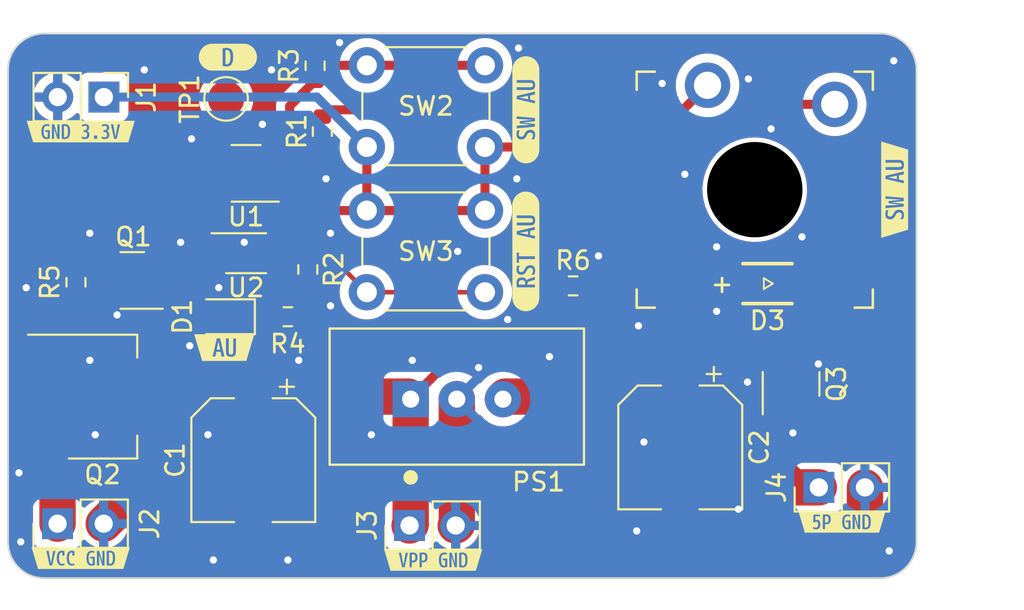
<source format=kicad_pcb>
(kicad_pcb (version 20221018) (generator pcbnew)
  (layers (0 "F.Cu" signal) (31 "B.Cu" signal) (34 "B.Paste" user) (35 "F.Paste" user) (36 "B.SilkS" user "B.Silkscreen") (37 "F.SilkS" user "F.Silkscreen") (38 "B.Mask" user) (39 "F.Mask" user) (44 "Edge.Cuts" user))
  (net 0 "")
  (net 1 "VPP")
  (net 2 "GND")
  (net 3 "+5P")
  (net 4 "Net-(D1-K)")
  (net 5 "Net-(D1-A)")
  (net 6 "VCC")
  (net 7 "Net-(Q1-D)")
  (net 8 "+3.3V")
  (net 9 "Net-(U1-A)")
  (net 10 "Net-(U1-B)")
  (net 11 "Net-(U2-~{CLR})")
  (net 12 "Net-(U1-S)")
  (net 15 "Net-(D3-K)")
  (net 16 "Net-(D3-A)")
  (footprint "kibuzzard-67BF20EF" (layer "F.Cu") (at 78.5 69.2 90)
    (fp_text reference "kibuzzard-67BF20EF" hide)
    (fp_text value "G***" hide)
  )
  (footprint "kibuzzard-67C03808" (layer "F.Cu") (at 54 70.4)
    (fp_text reference "kibuzzard-67C03808" hide)
    (fp_text value "G***" hide)
  )
  (footprint "LED_SMD:LED_0805_2012Metric" (layer "F.Cu") (at 61.9 80.6 180)
    (fp_text reference "D1" (at 2.3 0 90) (layer "F.SilkS"))
    (fp_text value "YELLOW")
    (pad "1" smd roundrect (at -0.9375 0 180) (size 0.975 1.4) (layers "F.Cu" "F.Paste" "F.Mask") (net 4 "Net-(D1-K)"))
    (pad "2" smd roundrect (at 0.9375 0 180) (size 0.975 1.4) (layers "F.Cu" "F.Paste" "F.Mask") (net 5 "Net-(D1-A)"))
  )
  (footprint "Capacitor_SMD:CP_Elec_6.3x7.7" (layer "F.Cu") (at 87 87.8 -90)
    (fp_text reference "C2" (at 0 -4.35 90) (layer "F.SilkS"))
    (fp_text value "100uF")
    (pad "1" smd roundrect (at -2.7 0 270) (size 3.5 1.6) (layers "F.Cu" "F.Paste" "F.Mask") (roundrect_rratio 0.15625) (net 3 "+5P"))
    (pad "2" smd roundrect (at 2.7 0 270) (size 3.5 1.6) (layers "F.Cu" "F.Paste" "F.Mask") (roundrect_rratio 0.15625) (net 2 "GND"))
  )
  (footprint "kibuzzard-67BF2193" (layer "F.Cu") (at 73.4 94)
    (fp_text reference "kibuzzard-67BF2193" hide)
    (fp_text value "G***" hide)
  )
  (footprint "Resistor_SMD:R_0603_1608Metric" (layer "F.Cu") (at 66.5 78 -90)
    (fp_text reference "R2" (at 0 -1.43 90) (layer "F.SilkS"))
    (fp_text value "10k")
    (pad "1" smd roundrect (at -0.825 0 270) (size 0.8 0.95) (layers "F.Cu" "F.Paste" "F.Mask") (net 11 "Net-(U2-~{CLR})"))
    (pad "2" smd roundrect (at 0.825 0 270) (size 0.8 0.95) (layers "F.Cu" "F.Paste" "F.Mask") (net 2 "GND"))
  )
  (footprint "kibuzzard-67BF216A" (layer "F.Cu") (at 61.9 82.3)
    (fp_text reference "kibuzzard-67BF216A" hide)
    (fp_text value "G***" hide)
  )
  (footprint "Button_Switch_THT:SW_PUSH_6mm" (layer "F.Cu") (at 76.25 71.25 180)
    (fp_text reference "SW2" (at 3.25 2.25 180) (layer "F.SilkS"))
    (fp_text value "Soft AU")
    (pad "1" thru_hole circle (at 0 0 270) (size 2 2) (drill 1.1) (layers "*.Cu" "*.Mask") (net 8 "+3.3V"))
    (pad "1" thru_hole circle (at 6.5 0 270) (size 2 2) (drill 1.1) (layers "*.Cu" "*.Mask") (net 8 "+3.3V"))
    (pad "2" thru_hole circle (at 0 4.5 270) (size 2 2) (drill 1.1) (layers "*.Cu" "*.Mask") (net 10 "Net-(U1-B)"))
    (pad "2" thru_hole circle (at 6.5 4.5 270) (size 2 2) (drill 1.1) (layers "*.Cu" "*.Mask") (net 10 "Net-(U1-B)"))
  )
  (footprint "Package_TO_SOT_SMD:SOT-23-5" (layer "F.Cu") (at 63.1 72.7 180)
    (fp_text reference "U1" (at 0 -2.4) (layer "F.SilkS"))
    (fp_text value "SN74LVC1G32")
    (pad "1" smd roundrect (at -1.1375 -0.95 180) (size 1.325 0.6) (layers "F.Cu" "F.Paste" "F.Mask") (net 9 "Net-(U1-A)"))
    (pad "2" smd roundrect (at -1.1375 0 180) (size 1.325 0.6) (layers "F.Cu" "F.Paste" "F.Mask") (net 10 "Net-(U1-B)"))
    (pad "3" smd roundrect (at -1.1375 0.95 180) (size 1.325 0.6) (layers "F.Cu" "F.Paste" "F.Mask") (net 2 "GND"))
    (pad "4" smd roundrect (at 1.1375 0.95 180) (size 1.325 0.6) (layers "F.Cu" "F.Paste" "F.Mask") (net 12 "Net-(U1-S)"))
    (pad "5" smd roundrect (at 1.1375 -0.95 180) (size 1.325 0.6) (layers "F.Cu" "F.Paste" "F.Mask") (net 8 "+3.3V"))
  )
  (footprint "Resistor_SMD:R_0603_1608Metric" (layer "F.Cu") (at 81.1 78.9)
    (fp_text reference "R6" (at 0 -1.4) (layer "F.SilkS"))
    (fp_text value "510")
    (pad "1" smd roundrect (at -0.825 0) (size 0.8 0.95) (layers "F.Cu" "F.Paste" "F.Mask") (net 1 "VPP"))
    (pad "2" smd roundrect (at 0.825 0) (size 0.8 0.95) (layers "F.Cu" "F.Paste" "F.Mask") (net 16 "Net-(D3-A)"))
  )
  (footprint "Resistor_SMD:R_0603_1608Metric" (layer "F.Cu") (at 53.7375 78.7 90)
    (fp_text reference "R5" (at 0 -1.43 90) (layer "F.SilkS"))
    (fp_text value "10k")
    (pad "1" smd roundrect (at -0.825 0 90) (size 0.8 0.95) (layers "F.Cu" "F.Paste" "F.Mask") (net 6 "VCC"))
    (pad "2" smd roundrect (at 0.825 0 90) (size 0.8 0.95) (layers "F.Cu" "F.Paste" "F.Mask") (net 7 "Net-(Q1-D)"))
  )
  (footprint "Connector_PinHeader_2.54mm:PinHeader_1x02_P2.54mm_Vertical" (layer "F.Cu") (at 55.275 68.5 -90)
    (fp_text reference "J1" (at 0 -2.33 90) (layer "F.SilkS"))
    (fp_text value "Conn_01x02")
    (pad "1" thru_hole rect (at 0 0 270) (size 1.7 1.7) (drill 1) (layers "*.Cu" "*.Mask") (net 8 "+3.3V"))
    (pad "2" thru_hole oval (at 0 2.54 270) (size 1.7 1.7) (drill 1) (layers "*.Cu" "*.Mask") (net 2 "GND"))
  )
  (footprint "ComponentsEvo:SW_Gateron_LowProfile_THT" (layer "F.Cu") (at 91.1 73.6 180)
    (fp_text reference "SW1" hide)
    (fp_text value "Hard AU" hide)
    (pad "" np_thru_hole circle (at 0 0) (size 5.25 5.25) (drill 5.25) (layers "*.Mask"))
    (pad "1" thru_hole circle (at -4.4 4.7) (size 2.5 2.5) (drill 1.5) (layers "*.Cu" "B.Mask") (net 8 "+3.3V"))
    (pad "2" thru_hole circle (at 2.6 5.75) (size 2.5 2.5) (drill 1.5) (layers "*.Cu" "B.Mask") (net 9 "Net-(U1-A)"))
  )
  (footprint "Capacitor_SMD:CP_Elec_6.3x7.7" (layer "F.Cu") (at 63.5 88.5 -90)
    (fp_text reference "C1" (at 0 4.3 90) (layer "F.SilkS"))
    (fp_text value "100uF")
    (pad "1" smd roundrect (at -2.7 0 270) (size 3.5 1.6) (layers "F.Cu" "F.Paste" "F.Mask") (roundrect_rratio 0.15625) (net 1 "VPP"))
    (pad "2" smd roundrect (at 2.7 0 270) (size 3.5 1.6) (layers "F.Cu" "F.Paste" "F.Mask") (roundrect_rratio 0.15625) (net 2 "GND"))
  )
  (footprint "Package_TO_SOT_SMD:SOT-23" (layer "F.Cu") (at 93.1 84.3 90)
    (fp_text reference "Q3" (at 0 2.5 90) (layer "F.SilkS"))
    (fp_text value "Q_NMOS_GSD")
    (pad "1" smd roundrect (at -0.9375 -0.95 90) (size 1.475 0.6) (layers "F.Cu" "F.Paste" "F.Mask") (net 3 "+5P"))
    (pad "2" smd roundrect (at -0.9375 0.95 90) (size 1.475 0.6) (layers "F.Cu" "F.Paste" "F.Mask") (net 2 "GND"))
    (pad "3" smd roundrect (at 0.9375 0 90) (size 1.475 0.6) (layers "F.Cu" "F.Paste" "F.Mask") (net 15 "Net-(D3-K)"))
  )
  (footprint "Package_TO_SOT_SMD:SOT-23" (layer "F.Cu") (at 56.8375 78.6 180)
    (fp_text reference "Q1" (at -0.0625 2.4) (layer "F.SilkS"))
    (fp_text value "Q_NMOS_GSD")
    (pad "1" smd roundrect (at -0.9375 -0.95 180) (size 1.475 0.6) (layers "F.Cu" "F.Paste" "F.Mask") (net 5 "Net-(D1-A)"))
    (pad "2" smd roundrect (at -0.9375 0.95 180) (size 1.475 0.6) (layers "F.Cu" "F.Paste" "F.Mask") (net 2 "GND"))
    (pad "3" smd roundrect (at 0.9375 0 180) (size 1.475 0.6) (layers "F.Cu" "F.Paste" "F.Mask") (net 7 "Net-(Q1-D)"))
  )
  (footprint "Connector_PinHeader_2.54mm:PinHeader_1x02_P2.54mm_Vertical" (layer "F.Cu") (at 72.1 92.1 90)
    (fp_text reference "J3" (at 0 -2.33 90) (layer "F.SilkS"))
    (fp_text value "Conn_01x02")
    (pad "1" thru_hole rect (at 0 0 90) (size 1.7 1.7) (drill 1) (layers "*.Cu" "*.Mask") (net 1 "VPP"))
    (pad "2" thru_hole oval (at 0 2.54 90) (size 1.7 1.7) (drill 1) (layers "*.Cu" "*.Mask") (net 2 "GND"))
  )
  (footprint "Connector_PinHeader_2.54mm:PinHeader_1x02_P2.54mm_Vertical" (layer "F.Cu") (at 94.625 90 90)
    (fp_text reference "J4" (at 0 -2.33 90) (layer "F.SilkS"))
    (fp_text value "Conn_01x02")
    (pad "1" thru_hole rect (at 0 0 90) (size 1.7 1.7) (drill 1) (layers "*.Cu" "*.Mask") (net 3 "+5P"))
    (pad "2" thru_hole oval (at 0 2.54 90) (size 1.7 1.7) (drill 1) (layers "*.Cu" "*.Mask") (net 2 "GND"))
  )
  (footprint "TestPoint:TestPoint_Pad_D2.0mm" (layer "F.Cu") (at 62 68.6)
    (fp_text reference "TP1" (at -2 0 90) (layer "F.SilkS"))
    (fp_text value "TestPoint")
    (pad "1" smd circle (at 0 0) (size 2 2) (layers "F.Cu" "F.Mask") (net 12 "Net-(U1-S)"))
  )
  (footprint "Package_SO:VSSOP-8_2.3x2mm_P0.5mm" (layer "F.Cu") (at 63.1 77.1)
    (fp_text reference "U2" (at 0 1.9) (layer "F.SilkS"))
    (fp_text value "SN74LVC2G74")
    (pad "1" smd rect (at -1.55 -0.75 270) (size 0.3 0.8) (layers "F.Cu" "F.Paste" "F.Mask") (net 12 "Net-(U1-S)"))
    (pad "2" smd rect (at -1.55 -0.25 270) (size 0.3 0.8) (layers "F.Cu" "F.Paste" "F.Mask") (net 12 "Net-(U1-S)"))
    (pad "3" smd rect (at -1.55 0.25 270) (size 0.3 0.8) (layers "F.Cu" "F.Paste" "F.Mask") (net 5 "Net-(D1-A)"))
    (pad "4" smd rect (at -1.55 0.75 270) (size 0.3 0.8) (layers "F.Cu" "F.Paste" "F.Mask") (net 2 "GND"))
    (pad "5" smd rect (at 1.55 0.75 270) (size 0.3 0.8) (layers "F.Cu" "F.Paste" "F.Mask"))
    (pad "6" smd rect (at 1.55 0.25 270) (size 0.3 0.8) (layers "F.Cu" "F.Paste" "F.Mask") (net 11 "Net-(U2-~{CLR})"))
    (pad "7" smd rect (at 1.55 -0.25 270) (size 0.3 0.8) (layers "F.Cu" "F.Paste" "F.Mask"))
    (pad "8" smd rect (at 1.55 -0.75 270) (size 0.3 0.8) (layers "F.Cu" "F.Paste" "F.Mask") (net 8 "+3.3V"))
  )
  (footprint "Resistor_SMD:R_0603_1608Metric" (layer "F.Cu") (at 65.4 80.6)
    (fp_text reference "R4" (at 0 1.5) (layer "F.SilkS"))
    (fp_text value "510")
    (pad "1" smd roundrect (at -0.825 0) (size 0.8 0.95) (layers "F.Cu" "F.Paste" "F.Mask") (net 4 "Net-(D1-K)"))
    (pad "2" smd roundrect (at 0.825 0) (size 0.8 0.95) (layers "F.Cu" "F.Paste" "F.Mask") (net 2 "GND"))
  )
  (footprint "kibuzzard-67BF225B" (layer "F.Cu") (at 54 93.9)
    (fp_text reference "kibuzzard-67BF225B" hide)
    (fp_text value "G***" hide)
  )
  (footprint "Connector_PinHeader_2.54mm:PinHeader_1x02_P2.54mm_Vertical" (layer "F.Cu") (at 52.725 92 90)
    (fp_text reference "J2" (at 0 5.075 90) (layer "F.SilkS"))
    (fp_text value "Conn_01x02")
    (pad "1" thru_hole rect (at 0 0 90) (size 1.7 1.7) (drill 1) (layers "*.Cu" "*.Mask") (net 6 "VCC"))
    (pad "2" thru_hole oval (at 0 2.54 90) (size 1.7 1.7) (drill 1) (layers "*.Cu" "*.Mask") (net 2 "GND"))
  )
  (footprint "kibuzzard-67BF210C" (layer "F.Cu") (at 78.5 77 90)
    (fp_text reference "kibuzzard-67BF210C" hide)
    (fp_text value "G***" hide)
  )
  (footprint "Button_Switch_THT:SW_PUSH_6mm" (layer "F.Cu") (at 69.75 74.75)
    (fp_text reference "SW3" (at 3.25 2.25) (layer "F.SilkS"))
    (fp_text value "Reset AU")
    (pad "1" thru_hole circle (at 0 0 90) (size 2 2) (drill 1.1) (layers "*.Cu" "*.Mask") (net 8 "+3.3V"))
    (pad "1" thru_hole circle (at 6.5 0 90) (size 2 2) (drill 1.1) (layers "*.Cu" "*.Mask") (net 8 "+3.3V"))
    (pad "2" thru_hole circle (at 0 4.5 90) (size 2 2) (drill 1.1) (layers "*.Cu" "*.Mask") (net 11 "Net-(U2-~{CLR})"))
    (pad "2" thru_hole circle (at 6.5 4.5 90) (size 2 2) (drill 1.1) (layers "*.Cu" "*.Mask") (net 11 "Net-(U2-~{CLR})"))
  )
  (footprint "kibuzzard-67BF21E9" (layer "F.Cu") (at 62.1 66.3)
    (fp_text reference "kibuzzard-67BF21E9" hide)
    (fp_text value "G***" hide)
  )
  (footprint "ComponentsEvo:TSR_2-2450" (layer "F.Cu") (at 74.7 85)
    (fp_text reference "PS1" (at 4.5 4.7) (layer "F.SilkS"))
    (fp_text value "TSR_2-2450")
    (pad "1" thru_hole rect (at -2.54 0.14) (size 2 2) (drill 0.94) (layers "*.Cu" "*.Mask") (net 1 "VPP"))
    (pad "2" thru_hole circle (at 0 0.14) (size 2 2) (drill 0.94) (layers "*.Cu" "*.Mask") (net 2 "GND"))
    (pad "3" thru_hole circle (at 2.54 0.14) (size 2 2) (drill 0.94) (layers "*.Cu" "*.Mask") (net 3 "+5P"))
  )
  (footprint "Resistor_SMD:R_0603_1608Metric" (layer "F.Cu") (at 67.3 70.4 -90)
    (fp_text reference "R1" (at 0 1.4 90) (layer "F.SilkS"))
    (fp_text value "10k")
    (pad "1" smd roundrect (at -0.825 0 270) (size 0.8 0.95) (layers "F.Cu" "F.Paste" "F.Mask") (net 9 "Net-(U1-A)"))
    (pad "2" smd roundrect (at 0.825 0 270) (size 0.8 0.95) (layers "F.Cu" "F.Paste" "F.Mask") (net 2 "GND"))
  )
  (footprint "Package_TO_SOT_SMD:SOT-223-3_TabPin2" (layer "F.Cu") (at 55.2 85)
    (fp_text reference "Q2" (at 0 4.3) (layer "F.SilkS"))
    (fp_text value "Q_PMOS_GDS")
    (pad "1" smd rect (at -3.15 -2.3) (size 2 1.5) (layers "F.Cu" "F.Paste" "F.Mask") (net 7 "Net-(Q1-D)"))
    (pad "2" smd rect (at -3.15 0) (size 2 1.5) (layers "F.Cu" "F.Paste" "F.Mask") (net 1 "VPP"))
    (pad "2" smd rect (at 3.15 0) (size 2 3.8) (layers "F.Cu" "F.Paste" "F.Mask") (net 1 "VPP"))
    (pad "3" smd rect (at -3.15 2.3) (size 2 1.5) (layers "F.Cu" "F.Paste" "F.Mask") (net 6 "VCC"))
  )
  (footprint "kibuzzard-67BF20D4" (layer "F.Cu") (at 98.8 73.6 90)
    (fp_text reference "kibuzzard-67BF20D4" hide)
    (fp_text value "G***" hide)
  )
  (footprint "Resistor_SMD:R_0603_1608Metric" (layer "F.Cu") (at 66.9 66.775 90)
    (fp_text reference "R3" (at 0 -1.43 90) (layer "F.SilkS"))
    (fp_text value "10k")
    (pad "1" smd roundrect (at -0.825 0 90) (size 0.8 0.95) (layers "F.Cu" "F.Paste" "F.Mask") (net 10 "Net-(U1-B)"))
    (pad "2" smd roundrect (at 0.825 0 90) (size 0.8 0.95) (layers "F.Cu" "F.Paste" "F.Mask") (net 2 "GND"))
  )
  (footprint "kibuzzard-67C03801" (layer "F.Cu") (at 95.9 91.9)
    (fp_text reference "kibuzzard-67C03801" hide)
    (fp_text value "G***" hide)
  )
  (footprint "ComponentsEvo:WL-SMTW_3020" (layer "F.Cu") (at 91.8 78.775 180)
    (fp_text reference "D3" (at 0 -2.625) (layer "F.SilkS") (effects (justify bottom)))
    (fp_text value "GREEN")
    (fp_text user "+" (at 2.5 0) (layer "F.SilkS"))
    (pad "1" smd rect (at -1.2 0 180) (size 0.8 1.6) (layers "F.Cu" "F.Paste" "F.Mask") (net 15 "Net-(D3-K)"))
    (pad "2" smd rect (at 1.2 0 180) (size 0.8 1.6) (layers "F.Cu" "F.Paste" "F.Mask") (net 16 "Net-(D3-A)"))
  )
  (gr_arc (start 50 67) (mid 50.585786 65.585786) (end 52 65) (stroke (width 0.1)) (layer "Edge.Cuts"))
  (gr_arc (start 52 95) (mid 50.585786 94.414214) (end 50 93) (stroke (width 0.1)) (layer "Edge.Cuts"))
  (gr_line (start 50 93) (end 50 67) (stroke (width 0.1)) (layer "Edge.Cuts"))
  (gr_line (start 52 65) (end 98 65) (stroke (width 0.1)) (layer "Edge.Cuts"))
  (gr_arc (start 100 93) (mid 99.414214 94.414214) (end 98 95) (stroke (width 0.1)) (layer "Edge.Cuts"))
  (gr_arc (start 98 65) (mid 99.414214 65.585786) (end 100 67) (stroke (width 0.1)) (layer "Edge.Cuts"))
  (gr_line (start 100 67) (end 100 93) (stroke (width 0.1)) (layer "Edge.Cuts"))
  (gr_line (start 98 95) (end 52 95) (stroke (width 0.1)) (layer "Edge.Cuts"))
  (segment (start 75.2 82.1) (end 78.65 82.1) (width 0.5) (layer "F.Cu") (net 1))
  (segment (start 72.16 85.14) (end 75.2 82.1) (width 0.5) (layer "F.Cu") (net 1))
  (segment (start 72.02 85) (end 72.16 85.14) (width 2) (layer "F.Cu") (net 1))
  (segment (start 58.35 85) (end 72.02 85) (width 2) (layer "F.Cu") (net 1))
  (segment (start 52.05 85) (end 58.35 85) (width 2) (layer "F.Cu") (net 1))
  (segment (start 72.16 85.14) (end 72.16 92.04) (width 2) (layer "F.Cu") (net 1))
  (segment (start 78.65 82.1) (end 80.275 80.475) (width 0.5) (layer "F.Cu") (net 1))
  (segment (start 72.16 92.04) (end 72.1 92.1) (width 2) (layer "F.Cu") (net 1))
  (segment (start 80.275 80.475) (end 80.275 78.9) (width 0.5) (layer "F.Cu") (net 1))
  (segment (start 87 91.4) (end 89.3 93.7) (width 2) (layer "F.Cu") (net 2))
  (segment (start 67.3 72.8) (end 67.5 73) (width 0.5) (layer "F.Cu") (net 2))
  (segment (start 61.6 78.6) (end 61.55 78.55) (width 0.25) (layer "F.Cu") (net 2))
  (segment (start 67.3 71.225) (end 67.3 72.8) (width 0.5) (layer "F.Cu") (net 2))
  (segment (start 87 90.5) (end 87 91.4) (width 2) (layer "F.Cu") (net 2))
  (segment (start 56.965 90.3) (end 55.265 92) (width 2) (layer "F.Cu") (net 2))
  (segment (start 62.6 90.3) (end 56.965 90.3) (width 2) (layer "F.Cu") (net 2))
  (segment (start 63.5 91.2) (end 62.6 90.3) (width 2) (layer "F.Cu") (net 2))
  (segment (start 95.1 93.7) (end 97.165 91.635) (width 2) (layer "F.Cu") (net 2))
  (segment (start 64.2375 70.2375) (end 64 70) (width 0.5) (layer "F.Cu") (net 2))
  (segment (start 74.7 85.14) (end 74.7 92.04) (width 2) (layer "F.Cu") (net 2))
  (segment (start 61.6 79) (end 61.6 78.6) (width 0.25) (layer "F.Cu") (net 2))
  (segment (start 89.3 93.7) (end 95.1 93.7) (width 2) (layer "F.Cu") (net 2))
  (segment (start 74.7 92.04) (end 74.64 92.1) (width 2) (layer "F.Cu") (net 2))
  (segment (start 64.2375 71.75) (end 64.2375 70.2375) (width 0.5) (layer "F.Cu") (net 2))
  (segment (start 61.55 78.55) (end 61.55 77.85) (width 0.25) (layer "F.Cu") (net 2))
  (segment (start 97.165 91.635) (end 97.165 90) (width 2) (layer "F.Cu") (net 2))
  (via (at 67.5 73) (size 0.8) (drill 0.4) (layers "F.Cu" "B.Cu") (net 2))
  (via (at 67.75 76) (size 0.8) (drill 0.4) (layers "F.Cu" "B.Cu") (net 2))
  (via (at 89 76.75) (size 0.8) (drill 0.4) (layers "F.Cu" "B.Cu") (net 2))
  (via (at 61.6 79) (size 0.8) (drill 0.4) (layers "F.Cu" "B.Cu") (net 2))
  (via (at 70 87.1) (size 0.8) (drill 0.4) (layers "F.Cu" "B.Cu") (net 2))
  (via (at 84.6 92.4) (size 0.8) (drill 0.4) (layers "F.Cu" "B.Cu") (net 2))
  (via (at 74.75 77) (size 0.8) (drill 0.4) (layers "F.Cu" "B.Cu") (net 2))
  (via (at 67.75 80) (size 0.8) (drill 0.4) (layers "F.Cu" "B.Cu") (net 2))
  (via (at 63 76.5) (size 0.8) (drill 0.4) (layers "F.Cu" "B.Cu") (net 2))
  (via (at 89 80.3) (size 0.8) (drill 0.4) (layers "F.Cu" "B.Cu") (net 2))
  (via (at 94.6 83.2) (size 0.8) (drill 0.4) (layers "F.Cu" "B.Cu") (net 2))
  (via (at 77.5 80.75) (size 0.8) (drill 0.4) (layers "F.Cu" "B.Cu") (net 2))
  (via (at 51 79) (size 0.8) (drill 0.4) (layers "F.Cu" "B.Cu") (net 2))
  (via (at 79.8 82.8) (size 0.8) (drill 0.4) (layers "F.Cu" "B.Cu") (net 2))
  (via (at 54.5 76) (size 0.8) (drill 0.4) (layers "F.Cu" "B.Cu") (net 2))
  (via (at 54.5 83) (size 0.8) (drill 0.4) (layers "F.Cu" "B.Cu") (net 2))
  (via (at 64.5 67) (size 0.8) (drill 0.4) (layers "F.Cu" "B.Cu") (net 2))
  (via (at 90.7 84.2) (size 0.8) (drill 0.4) (layers "F.Cu" "B.Cu") (net 2))
  (via (at 56 80.5) (size 0.8) (drill 0.4) (layers "F.Cu" "B.Cu") (net 2))
  (via (at 57.5 67) (size 0.8) (drill 0.4) (layers "F.Cu" "B.Cu") (net 2))
  (via (at 65.4 94) (size 0.8) (drill 0.4) (layers "F.Cu" "B.Cu") (net 2))
  (via (at 50.6 89.2) (size 0.8) (drill 0.4) (layers "F.Cu" "B.Cu") (net 2))
  (via (at 98.5 93.5) (size 0.8) (drill 0.4) (layers "F.Cu" "B.Cu") (net 2))
  (via (at 68.25 65.5) (size 0.8) (drill 0.4) (layers "F.Cu" "B.Cu") (net 2))
  (via (at 59.5 76.5) (size 0.8) (drill 0.4) (layers "F.Cu" "B.Cu") (net 2))
  (via (at 64 70) (size 0.8) (drill 0.4) (layers "F.Cu" "B.Cu") (net 2))
  (via (at 93.2 87) (size 0.8) (drill 0.4) (layers "F.Cu" "B.Cu") (net 2))
  (via (at 66 83) (size 0.8) (drill 0.4) (layers "F.Cu" "B.Cu") (net 2))
  (via (at 61.3 94) (size 0.8) (drill 0.4) (layers "F.Cu" "B.Cu") (net 2))
  (via (at 90.75 67.5) (size 0.8) (drill 0.4) (layers "F.Cu" "B.Cu") (net 2))
  (via (at 84.7 81.1) (size 0.8) (drill 0.4) (layers "F.Cu" "B.Cu") (net 2))
  (via (at 93.7 76.2) (size 0.8) (drill 0.4) (layers "F.Cu" "B.Cu") (net 2))
  (via (at 60.1 70.8) (size 0.8) (drill 0.4) (layers "F.Cu" "B.Cu") (net 2))
  (via (at 61 87.1) (size 0.8) (drill 0.4) (layers "F.Cu" "B.Cu") (net 2))
  (via (at 72.25 83) (size 0.8) (drill 0.4) (layers "F.Cu" "B.Cu") (net 2))
  (via (at 54.8 87.1) (size 0.8) (drill 0.4) (layers "F.Cu" "B.Cu") (net 2))
  (via (at 60 82.2) (size 0.8) (drill 0.4) (layers "F.Cu" "B.Cu") (net 2))
  (via (at 90.2 91.2) (size 0.8) (drill 0.4) (layers "F.Cu" "B.Cu") (net 2))
  (via (at 86 67.75) (size 0.8) (drill 0.4) (layers "F.Cu" "B.Cu") (net 2))
  (via (at 92 70.25) (size 0.8) (drill 0.4) (layers "F.Cu" "B.Cu") (net 2))
  (via (at 87.25 72.75) (size 0.8) (drill 0.4) (layers "F.Cu" "B.Cu") (net 2))
  (via (at 75.9 83.4) (size 0.8) (drill 0.4) (layers "F.Cu" "B.Cu") (net 2))
  (via (at 50.7 93) (size 0.8) (drill 0.4) (layers "F.Cu" "B.Cu") (net 2))
  (via (at 85 87.5) (size 0.8) (drill 0.4) (layers "F.Cu" "B.Cu") (net 2))
  (via (at 82.5 77.25) (size 0.8) (drill 0.4) (layers "F.Cu" "B.Cu") (net 2))
  (via (at 78.1 65.8) (size 0.8) (drill 0.4) (layers "F.Cu" "B.Cu") (net 2))
  (via (at 98.75 66.5) (size 0.8) (drill 0.4) (layers "F.Cu" "B.Cu") (net 2))
  (via (at 78 73) (size 0.8) (drill 0.4) (layers "F.Cu" "B.Cu") (net 2))
  (segment (start 88.3 85.1) (end 90.65 87.45) (width 2) (layer "F.Cu") (net 3))
  (segment (start 92.15 85.95) (end 90.65 87.45) (width 0.5) (layer "F.Cu") (net 3))
  (segment (start 86.9 85) (end 87 85.1) (width 2) (layer "F.Cu") (net 3))
  (segment (start 90.65 87.45) (end 93.2 90) (width 2) (layer "F.Cu") (net 3))
  (segment (start 77.24 85.14) (end 77.38 85) (width 2) (layer "F.Cu") (net 3))
  (segment (start 87 85.1) (end 88.3 85.1) (width 2) (layer "F.Cu") (net 3))
  (segment (start 93.2 90) (end 94.625 90) (width 2) (layer "F.Cu") (net 3))
  (segment (start 92.15 85.2375) (end 92.15 85.95) (width 0.5) (layer "F.Cu") (net 3))
  (segment (start 77.38 85) (end 86.9 85) (width 2) (layer "F.Cu") (net 3))
  (segment (start 62.8375 80.6) (end 64.575 80.6) (width 0.5) (layer "F.Cu") (net 4))
  (segment (start 59.9125 78.2875) (end 59.9125 79.55) (width 0.25) (layer "F.Cu") (net 5))
  (segment (start 59.9125 79.55) (end 60.9625 80.6) (width 0.5) (layer "F.Cu") (net 5))
  (segment (start 59.6 79.55) (end 59.9125 79.55) (width 0.5) (layer "F.Cu") (net 5))
  (segment (start 57.775 79.55) (end 59.6 79.55) (width 0.5) (layer "F.Cu") (net 5))
  (segment (start 60.85 77.35) (end 59.9125 78.2875) (width 0.25) (layer "F.Cu") (net 5))
  (segment (start 61.55 77.35) (end 60.85 77.35) (width 0.25) (layer "F.Cu") (net 5))
  (segment (start 51.6 87.4) (end 51.95 87.4) (width 0.5) (layer "F.Cu") (net 6))
  (segment (start 53.7375 79.525) (end 52.375 79.525) (width 0.5) (layer "F.Cu") (net 6))
  (segment (start 51.95 87.4) (end 52.05 87.3) (width 0.5) (layer "F.Cu") (net 6))
  (segment (start 52.375 79.525) (end 50.5 81.4) (width 0.5) (layer "F.Cu") (net 6))
  (segment (start 52.725 92) (end 52.725 87.975) (width 2) (layer "F.Cu") (net 6))
  (segment (start 50.5 81.4) (end 50.5 86.3) (width 0.5) (layer "F.Cu") (net 6))
  (segment (start 51.5 87.3) (end 50.5 86.3) (width 0.5) (layer "F.Cu") (net 6))
  (segment (start 52.725 87.975) (end 52.05 87.3) (width 2) (layer "F.Cu") (net 6))
  (segment (start 52.05 87.3) (end 51.5 87.3) (width 0.5) (layer "F.Cu") (net 6))
  (segment (start 54.6625 78.8) (end 54.4625 78.6) (width 0.5) (layer "F.Cu") (net 7))
  (segment (start 52.05 82.7) (end 52.45 82.7) (width 0.5) (layer "F.Cu") (net 7))
  (segment (start 54.4625 78.6) (end 53.7375 77.875) (width 0.5) (layer "F.Cu") (net 7))
  (segment (start 54.6625 80.4875) (end 54.6625 78.8) (width 0.5) (layer "F.Cu") (net 7))
  (segment (start 55.9 78.6) (end 54.4625 78.6) (width 0.5) (layer "F.Cu") (net 7))
  (segment (start 52.45 82.7) (end 54.6625 80.4875) (width 0.5) (layer "F.Cu") (net 7))
  (segment (start 76.25 71.25) (end 88.75 71.25) (width 0.5) (layer "F.Cu") (net 8))
  (segment (start 69.75 71.25) (end 69.75 74.75) (width 0.5) (layer "F.Cu") (net 8))
  (segment (start 88.75 71.25) (end 91.1 68.9) (width 0.5) (layer "F.Cu") (net 8))
  (segment (start 67.15 74.75) (end 65.55 76.35) (width 0.25) (layer "F.Cu") (net 8))
  (segment (start 76.25 71.25) (end 76.25 74.75) (width 0.5) (layer "F.Cu") (net 8))
  (segment (start 67.2 74.75) (end 69.75 74.75) (width 0.5) (layer "F.Cu") (net 8))
  (segment (start 91.1 68.9) (end 95.5 68.9) (width 0.5) (layer "F.Cu") (net 8))
  (segment (start 69.75 74.75) (end 76.25 74.75) (width 0.5) (layer "F.Cu") (net 8))
  (segment (start 65.55 76.35) (end 64.65 76.35) (width 0.25) (layer "F.Cu") (net 8))
  (segment (start 67.2 74.75) (end 67.15 74.75) (width 0.25) (layer "F.Cu") (net 8))
  (segment (start 63.0625 74.75) (end 61.9625 73.65) (width 0.5) (layer "F.Cu") (net 8))
  (segment (start 67.2 74.75) (end 63.0625 74.75) (width 0.5) (layer "F.Cu") (net 8))
  (segment (start 55.275 68.5) (end 67 68.5) (width 0.5) (layer "B.Cu") (net 8))
  (segment (start 67 68.5) (end 69.75 71.25) (width 0.5) (layer "B.Cu") (net 8))
  (segment (start 65.33995 73.65) (end 64.2375 73.65) (width 0.5) (layer "F.Cu") (net 9))
  (segment (start 67.3 69.575) (end 66.2 70.675) (width 0.5) (layer "F.Cu") (net 9))
  (segment (start 88.5 67.85) (end 87.15 69.2) (width 0.5) (layer "F.Cu") (net 9))
  (segment (start 66.2 72.78995) (end 65.33995 73.65) (width 0.5) (layer "F.Cu") (net 9))
  (segment (start 66.2 70.675) (end 66.2 72.78995) (width 0.5) (layer "F.Cu") (net 9))
  (segment (start 87.15 69.2) (end 67.675 69.2) (width 0.5) (layer "F.Cu") (net 9))
  (segment (start 67.675 69.2) (end 67.3 69.575) (width 0.5) (layer "F.Cu") (net 9))
  (segment (start 64.2375 72.7) (end 65.3 72.7) (width 0.5) (layer "F.Cu") (net 10))
  (segment (start 65.5 69) (end 67.75 66.75) (width 0.5) (layer "F.Cu") (net 10))
  (segment (start 65.3 72.7) (end 65.5 72.5) (width 0.5) (layer "F.Cu") (net 10))
  (segment (start 67.75 66.75) (end 69.75 66.75) (width 0.5) (layer "F.Cu") (net 10))
  (segment (start 69.75 66.75) (end 76.25 66.75) (width 0.5) (layer "F.Cu") (net 10))
  (segment (start 65.5 72.5) (end 65.5 69) (width 0.5) (layer "F.Cu") (net 10))
  (segment (start 69.75 79.25) (end 76.25 79.25) (width 0.25) (layer "F.Cu") (net 11))
  (segment (start 67.85 77.35) (end 69.75 79.25) (width 0.25) (layer "F.Cu") (net 11))
  (segment (start 64.65 77.35) (end 67.85 77.35) (width 0.25) (layer "F.Cu") (net 11))
  (segment (start 61.9625 71.75) (end 62 71.7125) (width 0.5) (layer "F.Cu") (net 12))
  (segment (start 60.975 75.975) (end 61.35 76.35) (width 0.25) (layer "F.Cu") (net 12))
  (segment (start 62 71.7125) (end 62 68.6) (width 0.5) (layer "F.Cu") (net 12))
  (segment (start 61.9625 71.75) (end 61.65 71.75) (width 0.25) (layer "F.Cu") (net 12))
  (segment (start 61.55 76.85) (end 61.55 76.35) (width 0.25) (layer "F.Cu") (net 12))
  (segment (start 61.65 71.75) (end 60.975 72.425) (width 0.25) (layer "F.Cu") (net 12))
  (segment (start 61.35 76.35) (end 61.55 76.35) (width 0.25) (layer "F.Cu") (net 12))
  (segment (start 60.975 72.425) (end 60.975 75.975) (width 0.25) (layer "F.Cu") (net 12))
  (segment (start 93.1 78.875) (end 93 78.775) (width 0.5) (layer "F.Cu") (net 15))
  (segment (start 93.1 83.3625) (end 93.1 78.875) (width 0.5) (layer "F.Cu") (net 15))
  (segment (start 82.05 78.775) (end 90.6 78.775) (width 0.5) (layer "F.Cu") (net 16))
  (segment (start 81.925 78.9) (end 82.05 78.775) (width 0.5) (layer "F.Cu") (net 16))
  (zone (net 2) (net_name "GND") (layers "F&B.Cu") (connect_pads (clearance 0.5)) (min_thickness 0.25) (fill yes (thermal_gap 0.5) (thermal_bridge_width 0.5))
    (polygon (pts (xy 100 65) (xy 50 65) (xy 50 95) (xy 100 95)))
  )
)
</source>
